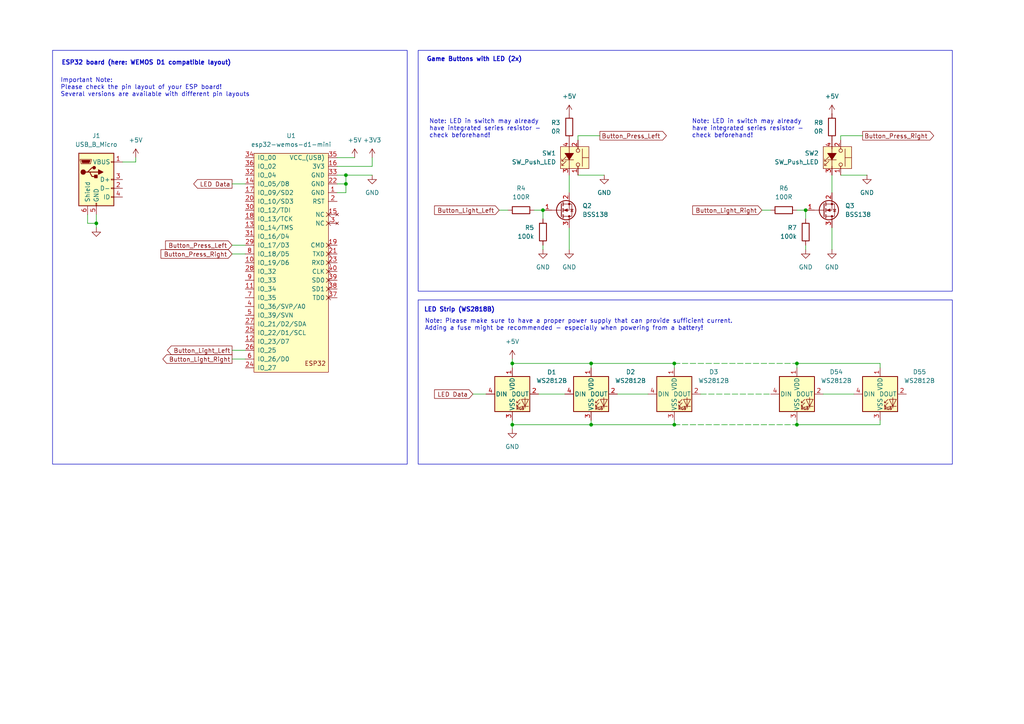
<source format=kicad_sch>
(kicad_sch (version 20250114) (generator "eeschema") (generator_version "9.0")
  (paper "A4")
  (title_block (title "1D-Pong Game") (date "2026-01-11") (rev "0.9") (comment 1 "as seen at 39C3"))
  (lib_symbols
    (symbol "Connector:USB_B_Micro" (pin_names (offset 1.016))
      (property "Reference" "J" (at -5.08 11.43 0))
      (property "Value" "USB_B_Micro" (at -5.08 8.89 0))
      (symbol "USB_B_Micro_0_1"
        (rectangle (start -5.08 -7.62) (end 5.08 7.62) (stroke (width 0.254)) (fill (type background)))
        (polyline (pts (xy -4.699 5.842) (xy -4.699 5.588) (xy -4.445 4.826) (xy -4.445 4.572) (xy -1.651 4.572) (xy -1.651 4.826) (xy -1.397 5.588) (xy -1.397 5.842) (xy -4.699 5.842)))
        (polyline (pts (xy -4.318 5.588) (xy -1.778 5.588) (xy -2.032 4.826) (xy -4.064 4.826) (xy -4.318 5.588)) (fill (type outline)))
        (circle (center -3.81 2.159) (radius 0.635) (stroke (width 0.254)) (fill (type outline)))
        (polyline (pts (xy -3.175 2.159) (xy -2.54 2.159) (xy -1.27 3.429) (xy -0.635 3.429)) (stroke (width 0.254)))
        (polyline (pts (xy -2.54 2.159) (xy -1.905 2.159) (xy -1.27 0.889) (xy 0 0.889)) (stroke (width 0.254)))
        (polyline (pts (xy -1.905 2.159) (xy 0.635 2.159)) (stroke (width 0.254)))
        (circle (center -0.635 3.429) (radius 0.381) (stroke (width 0.254)) (fill (type outline)))
        (rectangle (start -0.127 -7.62) (end 0.127 -6.858))
        (rectangle (start 0.254 1.27) (end -0.508 0.508) (stroke (width 0.254)) (fill (type outline)))
        (polyline (pts (xy 0.635 2.794) (xy 0.635 1.524) (xy 1.905 2.159) (xy 0.635 2.794)) (stroke (width 0.254)) (fill (type outline)))
        (rectangle (start 5.08 4.953) (end 4.318 5.207))
        (rectangle (start 5.08 -0.127) (end 4.318 0.127))
        (rectangle (start 5.08 -2.667) (end 4.318 -2.413))
        (rectangle (start 5.08 -5.207) (end 4.318 -4.953))
      )
      (symbol "USB_B_Micro_1_1"
        (pin passive line (at -2.54 -10.16 90) (length 2.54) (name "Shield") (number "6"))
        (pin power_out line (at 0 -10.16 90) (length 2.54) (name "GND") (number "5"))
        (pin power_out line (at 7.62 5.08 180) (length 2.54) (name "VBUS") (number "1"))
        (pin bidirectional line (at 7.62 0 180) (length 2.54) (name "D+") (number "3"))
        (pin bidirectional line (at 7.62 -2.54 180) (length 2.54) (name "D-") (number "2"))
        (pin passive line (at 7.62 -5.08 180) (length 2.54) (name "ID") (number "4"))
      )
    )
    (symbol "Device:R" (pin_numbers (hide yes)) (pin_names (offset 0))
      (property "Reference" "R" (at 2.032 0 90))
      (property "Value" "R" (at 0 0 90))
      (symbol "R_0_1"
        (rectangle (start -1.016 -2.54) (end 1.016 2.54) (stroke (width 0.254)))
      )
      (symbol "R_1_1"
        (pin passive line (at 0 3.81 270) (length 1.27) (name "~") (number "1"))
        (pin passive line (at 0 -3.81 90) (length 1.27) (name "~") (number "2"))
      )
    )
    (symbol "LED:WS2812B" (pin_names (offset 0.254))
      (property "Reference" "D" (at 5.08 5.715 0))
      (property "Value" "WS2812B" (at 1.27 -5.715 0))
      (symbol "WS2812B_0_0"
        (text "RGB" (at 2.286 -4.191 0) (effects (font (size 0.762 0.762))))
      )
      (symbol "WS2812B_0_1"
        (polyline (pts (xy 1.27 -2.54) (xy 1.778 -2.54)))
        (polyline (pts (xy 1.27 -3.556) (xy 1.778 -3.556)))
        (polyline (pts (xy 2.286 -1.524) (xy 1.27 -2.54) (xy 1.27 -2.032)))
        (polyline (pts (xy 2.286 -2.54) (xy 1.27 -3.556) (xy 1.27 -3.048)))
        (polyline (pts (xy 3.683 -1.016) (xy 3.683 -3.556) (xy 3.683 -4.064)))
        (polyline (pts (xy 4.699 -1.524) (xy 2.667 -1.524) (xy 3.683 -3.556) (xy 4.699 -1.524)))
        (polyline (pts (xy 4.699 -3.556) (xy 2.667 -3.556)))
        (rectangle (start 5.08 5.08) (end -5.08 -5.08) (stroke (width 0.254)) (fill (type background)))
      )
      (symbol "WS2812B_1_1"
        (pin input line (at -7.62 0 0) (length 2.54) (name "DIN") (number "4"))
        (pin power_in line (at 0 7.62 270) (length 2.54) (name "VDD") (number "1"))
        (pin power_in line (at 0 -7.62 90) (length 2.54) (name "VSS") (number "3"))
        (pin output line (at 7.62 0 180) (length 2.54) (name "DOUT") (number "2"))
      )
    )
    (symbol "Switch:SW_Push_LED" (pin_names (offset 1.016) (hide yes))
      (property "Reference" "SW" (at 0 7.62 0))
      (property "Value" "SW_Push_LED" (at 0 -3.81 0))
      (symbol "SW_Push_LED_0_0"
        (polyline (pts (xy -2.54 0) (xy 2.54 0)))
        (polyline (pts (xy -2.286 -1.524) (xy -2.286 -2.159) (xy -1.651 -2.159)))
        (polyline (pts (xy -2.286 -2.159) (xy -1.016 -0.889)))
        (polyline (pts (xy -1.016 -1.524) (xy -1.016 -2.159) (xy -0.381 -2.159)))
        (polyline (pts (xy -1.016 -2.159) (xy 0.254 -0.889)))
        (polyline (pts (xy -0.635 1.27) (xy -0.635 -1.27)))
        (polyline (pts (xy -0.635 0) (xy 1.27 1.27) (xy 1.27 -1.27) (xy -0.635 0)) (fill (type outline)))
      )
      (symbol "SW_Push_LED_0_1"
        (circle (center -2.032 2.54) (radius 0.508))
        (polyline (pts (xy 0 3.81) (xy 0 5.588)))
        (circle (center 2.032 2.54) (radius 0.508))
        (polyline (pts (xy 2.54 3.81) (xy -2.54 3.81)))
        (pin passive line (at -5.08 2.54 0) (length 2.54) (name "1") (number "1"))
        (pin passive line (at -5.08 0 0) (length 2.54) (name "K") (number "3"))
        (pin passive line (at 5.08 2.54 180) (length 2.54) (name "2") (number "2"))
        (pin passive line (at 5.08 0 180) (length 2.54) (name "A") (number "4"))
      )
      (symbol "SW_Push_LED_1_1"
        (rectangle (start -3.175 5.715) (end 3.175 -2.54) (fill (type background)))
      )
    )
    (symbol "Transistor_FET:BSS138" (pin_names (offset 0) (hide yes))
      (property "Reference" "Q" (at 5.08 1.905 0))
      (property "Value" "BSS138" (at 5.08 0 0))
      (symbol "BSS138_0_1"
        (polyline (pts (xy 0.254 1.905) (xy 0.254 -1.905)) (stroke (width 0.254)))
        (polyline (pts (xy 0.254 0) (xy -2.54 0)))
        (polyline (pts (xy 0.762 2.286) (xy 0.762 1.27)) (stroke (width 0.254)))
        (polyline (pts (xy 0.762 0.508) (xy 0.762 -0.508)) (stroke (width 0.254)))
        (polyline (pts (xy 0.762 -1.27) (xy 0.762 -2.286)) (stroke (width 0.254)))
        (polyline (pts (xy 0.762 -1.778) (xy 3.302 -1.778) (xy 3.302 1.778) (xy 0.762 1.778)))
        (polyline (pts (xy 1.016 0) (xy 2.032 0.381) (xy 2.032 -0.381) (xy 1.016 0)) (fill (type outline)))
        (circle (center 1.651 0) (radius 2.794) (stroke (width 0.254)))
        (polyline (pts (xy 2.54 2.54) (xy 2.54 1.778)))
        (circle (center 2.54 1.778) (radius 0.254) (fill (type outline)))
        (circle (center 2.54 -1.778) (radius 0.254) (fill (type outline)))
        (polyline (pts (xy 2.54 -2.54) (xy 2.54 0) (xy 0.762 0)))
        (polyline (pts (xy 2.921 0.381) (xy 3.683 0.381)))
        (polyline (pts (xy 3.302 0.381) (xy 2.921 -0.254) (xy 3.683 -0.254) (xy 3.302 0.381)))
      )
      (symbol "BSS138_1_1"
        (pin input line (at -5.08 0 0) (length 2.54) (name "G") (number "1"))
        (pin passive line (at 2.54 5.08 270) (length 2.54) (name "D") (number "3"))
        (pin passive line (at 2.54 -5.08 90) (length 2.54) (name "S") (number "2"))
      )
    )
    (symbol "esp32-wemos-d1-mini:esp32-wemos-d1-mini" (pin_names (offset 1.016))
      (property "Reference" "U" (at -7.62 -50.8 0))
      (property "Value" "esp32-wemos-d1-mini" (at 5.08 -59.69 0))
      (symbol "esp32-wemos-d1-mini_0_0"
        (text "ESP32" (at 7.62 -62.23 0) (effects (font (size 1.27 1.27))))
        (pin bidirectional line (at -12.7 -45.72 0) (length 2.54) (name "IO_36/SVP/A0") (number "4"))
        (pin bidirectional line (at -12.7 -48.26 0) (length 2.54) (name "IO_39/SVN") (number "5"))
        (pin power_in line (at 13.97 -12.7 180) (length 2.54) (name "GND") (number "1"))
        (pin input line (at 13.97 -15.24 180) (length 2.54) (name "RST") (number "2"))
        (pin no_connect non_logic (at 13.97 -21.59 180) (length 2.54) (name "NC") (number "3"))
      )
      (symbol "esp32-wemos-d1-mini_0_1"
        (rectangle (start -10.16 -1.27) (end 11.43 -64.77) (fill (type background)))
      )
      (symbol "esp32-wemos-d1-mini_1_1"
        (pin bidirectional line (at -12.7 -2.54 0) (length 2.54) (name "IO_00") (number "34"))
        (pin bidirectional line (at -12.7 -5.08 0) (length 2.54) (name "IO_02") (number "36"))
        (pin bidirectional line (at -12.7 -7.62 0) (length 2.54) (name "IO_04") (number "32"))
        (pin bidirectional line (at -12.7 -10.16 0) (length 2.54) (name "IO_05/D8") (number "14"))
        (pin bidirectional line (at -12.7 -12.7 0) (length 2.54) (name "IO_09/SD2") (number "17"))
        (pin bidirectional line (at -12.7 -15.24 0) (length 2.54) (name "IO_10/SD3") (number "20"))
        (pin bidirectional line (at -12.7 -17.78 0) (length 2.54) (name "IO_12/TDI") (number "30"))
        (pin bidirectional line (at -12.7 -20.32 0) (length 2.54) (name "IO_13/TCK") (number "18"))
        (pin bidirectional line (at -12.7 -22.86 0) (length 2.54) (name "IO_14/TMS") (number "13"))
        (pin bidirectional line (at -12.7 -25.4 0) (length 2.54) (name "IO_16/D4") (number "31"))
        (pin bidirectional line (at -12.7 -27.94 0) (length 2.54) (name "IO_17/D3") (number "29"))
        (pin bidirectional line (at -12.7 -30.48 0) (length 2.54) (name "IO_18/D5") (number "8"))
        (pin bidirectional line (at -12.7 -33.02 0) (length 2.54) (name "IO_19/D6") (number "10"))
        (pin bidirectional line (at -12.7 -35.56 0) (length 2.54) (name "IO_32") (number "28"))
        (pin bidirectional line (at -12.7 -38.1 0) (length 2.54) (name "IO_33") (number "9"))
        (pin bidirectional line (at -12.7 -40.64 0) (length 2.54) (name "IO_34") (number "11"))
        (pin bidirectional line (at -12.7 -43.18 0) (length 2.54) (name "IO_35") (number "7"))
        (pin bidirectional line (at -12.7 -50.8 0) (length 2.54) (name "IO_21/D2/SDA") (number "27"))
        (pin bidirectional line (at -12.7 -53.34 0) (length 2.54) (name "IO_22/D1/SCL") (number "25"))
        (pin bidirectional line (at -12.7 -55.88 0) (length 2.54) (name "IO_23/D7") (number "12"))
        (pin bidirectional line (at -12.7 -58.42 0) (length 2.54) (name "IO_25") (number "26"))
        (pin bidirectional line (at -12.7 -60.96 0) (length 2.54) (name "IO_26/D0") (number "6"))
        (pin bidirectional line (at -12.7 -63.5 0) (length 2.54) (name "IO_27") (number "24"))
        (pin power_in line (at 13.97 -2.54 180) (length 2.54) (name "VCC_(USB)") (number "35"))
        (pin power_in line (at 13.97 -5.08 180) (length 2.54) (name "3V3") (number "16"))
        (pin power_in line (at 13.97 -7.62 180) (length 2.54) (name "GND") (number "33"))
        (pin power_in line (at 13.97 -10.16 180) (length 2.54) (name "GND") (number "22"))
        (pin no_connect non_logic (at 13.97 -19.05 180) (length 2.54) (name "NC") (number "15"))
        (pin passive non_logic (at 13.97 -27.94 180) (length 2.54) (name "CMD") (number "19"))
        (pin passive non_logic (at 13.97 -30.48 180) (length 2.54) (name "TXD") (number "21"))
        (pin passive non_logic (at 13.97 -33.02 180) (length 2.54) (name "RXD") (number "23"))
        (pin passive non_logic (at 13.97 -35.56 180) (length 2.54) (name "CLK") (number "40"))
        (pin passive non_logic (at 13.97 -38.1 180) (length 2.54) (name "SD0") (number "39"))
        (pin passive non_logic (at 13.97 -40.64 180) (length 2.54) (name "SD1") (number "38"))
        (pin passive non_logic (at 13.97 -43.18 180) (length 2.54) (name "TD0") (number "37"))
      )
    )
    (symbol "power:+3V3" (power) (pin_numbers (hide yes)) (pin_names (offset 0) (hide yes))
      (property "Value" "+3V3" (at 0 3.556 0))
      (symbol "+3V3_0_1"
        (polyline (pts (xy -0.762 1.27) (xy 0 2.54)))
        (polyline (pts (xy 0 2.54) (xy 0.762 1.27)))
        (polyline (pts (xy 0 0) (xy 0 2.54)))
      )
      (symbol "+3V3_1_1"
        (pin power_in line (at 0 0 90) (length 0) (name "~") (number "1"))
      )
    )
    (symbol "power:+5V" (power) (pin_numbers (hide yes)) (pin_names (offset 0) (hide yes))
      (property "Value" "+5V" (at 0 3.556 0))
      (symbol "+5V_0_1"
        (polyline (pts (xy -0.762 1.27) (xy 0 2.54)))
        (polyline (pts (xy 0 2.54) (xy 0.762 1.27)))
        (polyline (pts (xy 0 0) (xy 0 2.54)))
      )
      (symbol "+5V_1_1"
        (pin power_in line (at 0 0 90) (length 0) (name "~") (number "1"))
      )
    )
    (symbol "power:GND" (power) (pin_numbers (hide yes)) (pin_names (offset 0) (hide yes))
      (property "Value" "GND" (at 0 -3.81 0))
      (symbol "GND_0_1"
        (polyline (pts (xy 0 0) (xy 0 -1.27) (xy 1.27 -1.27) (xy 0 -2.54) (xy -1.27 -1.27) (xy 0 -1.27)))
      )
      (symbol "GND_1_1"
        (pin power_in line (at 0 0 270) (length 0) (name "~") (number "1"))
      )
    )
  )
  (rectangle (start 121.285 14.605) (end 276.225 84.455))
  (rectangle (start 15.24 14.605) (end 118.11 134.62))
  (rectangle (start 121.285 86.995) (end 276.225 134.62))
  (text "LED Strip (WS2818B)" (at 122.936 89.916 0) (effects (font (size 1.27 1.27) (thickness 0.254) (bold yes)) (justify left)))
  (text "ESP32 board (here: WEMOS D1 compatible layout)" (at 17.78 18.288 0) (effects (font (size 1.27 1.27) (thickness 0.254) (bold yes)) (justify left)))
  (text "Note: LED in switch may already \nhave integrated series resistor - \ncheck beforehand!" (at 124.46 37.338 0) (effects (font (size 1.27 1.27)) (justify left)))
  (text "Game Buttons with LED (2x)" (at 123.698 17.272 0) (effects (font (size 1.27 1.27) (thickness 0.254) (bold yes)) (justify left)))
  (text "Note: LED in switch may already \nhave integrated series resistor - \ncheck beforehand!" (at 200.66 37.338 0) (effects (font (size 1.27 1.27)) (justify left)))
  (text "Important Note: \nPlease check the pin layout of your ESP board!\nSeveral versions are available with different pin layouts" (at 17.526 25.4 0) (effects (font (size 1.27 1.27)) (justify left)))
  (text "Note: Please make sure to have a proper power supply that can provide sufficient current.\nAdding a fuse might be recommended - especially when powering from a battery!" (at 123.19 94.234 0) (effects (font (size 1.27 1.27)) (justify left)))
  (junction (at 171.45 105.41))
  (junction (at 231.14 105.41))
  (junction (at 27.94 64.77))
  (junction (at 157.48 60.96))
  (junction (at 195.58 105.41))
  (junction (at 148.59 123.19))
  (junction (at 171.45 123.19))
  (junction (at 231.14 123.19))
  (junction (at 100.33 50.8))
  (junction (at 195.58 123.19))
  (junction (at 100.33 53.34))
  (junction (at 148.59 105.41))
  (junction (at 233.68 60.96))
  (wire (pts (xy 231.14 121.92) (xy 231.14 123.19)))
  (wire (pts (xy 107.95 45.72) (xy 107.95 48.26)))
  (wire (pts (xy 241.3 66.04) (xy 241.3 72.39)))
  (wire (pts (xy 231.14 106.68) (xy 231.14 105.41)))
  (wire (pts (xy 67.31 104.14) (xy 71.12 104.14)))
  (wire (pts (xy 243.84 39.37) (xy 243.84 40.64)))
  (wire (pts (xy 107.95 48.26) (xy 97.79 48.26)))
  (wire (pts (xy 241.3 50.8) (xy 241.3 55.88)))
  (wire (pts (xy 195.58 123.19) (xy 171.45 123.19)))
  (wire (pts (xy 167.64 50.8) (xy 175.26 50.8)))
  (wire (pts (xy 171.45 105.41) (xy 171.45 106.68)))
  (wire (pts (xy 27.94 64.77) (xy 27.94 66.04)))
  (wire (pts (xy 167.64 39.37) (xy 167.64 40.64)))
  (wire (pts (xy 137.16 114.3) (xy 140.97 114.3)))
  (wire (pts (xy 157.48 60.96) (xy 157.48 63.5)))
  (wire (pts (xy 238.76 114.3) (xy 247.65 114.3)))
  (wire (pts (xy 148.59 106.68) (xy 148.59 105.41)))
  (wire (pts (xy 39.37 45.72) (xy 39.37 46.99)))
  (wire (pts (xy 144.78 60.96) (xy 147.32 60.96)))
  (wire (pts (xy 27.94 62.23) (xy 27.94 64.77)))
  (wire (pts (xy 255.27 105.41) (xy 231.14 105.41)))
  (wire (pts (xy 67.31 71.12) (xy 71.12 71.12)))
  (wire (pts (xy 97.79 55.88) (xy 100.33 55.88)))
  (wire (pts (xy 67.31 53.34) (xy 71.12 53.34)))
  (wire (pts (xy 97.79 53.34) (xy 100.33 53.34)))
  (wire (pts (xy 231.14 60.96) (xy 233.68 60.96)))
  (wire (pts (xy 171.45 121.92) (xy 171.45 123.19)))
  (wire (pts (xy 154.94 60.96) (xy 157.48 60.96)))
  (wire (pts (xy 195.58 123.19) (xy 231.14 123.19)) (stroke (width 0) (type dash)))
  (wire (pts (xy 250.19 39.37) (xy 243.84 39.37)))
  (wire (pts (xy 148.59 121.92) (xy 148.59 123.19)))
  (wire (pts (xy 173.99 39.37) (xy 167.64 39.37)))
  (wire (pts (xy 165.1 66.04) (xy 165.1 72.39)))
  (wire (pts (xy 195.58 106.68) (xy 195.58 105.41)))
  (wire (pts (xy 35.56 46.99) (xy 39.37 46.99)))
  (wire (pts (xy 148.59 104.14) (xy 148.59 105.41)))
  (wire (pts (xy 179.07 114.3) (xy 187.96 114.3)))
  (wire (pts (xy 67.31 101.6) (xy 71.12 101.6)))
  (wire (pts (xy 195.58 105.41) (xy 231.14 105.41)) (stroke (width 0) (type dash)))
  (wire (pts (xy 100.33 50.8) (xy 107.95 50.8)))
  (wire (pts (xy 100.33 55.88) (xy 100.33 53.34)))
  (wire (pts (xy 220.98 60.96) (xy 223.52 60.96)))
  (wire (pts (xy 148.59 123.19) (xy 171.45 123.19)))
  (wire (pts (xy 97.79 50.8) (xy 100.33 50.8)))
  (wire (pts (xy 25.4 62.23) (xy 25.4 64.77)))
  (wire (pts (xy 233.68 71.12) (xy 233.68 72.39)))
  (wire (pts (xy 67.31 73.66) (xy 71.12 73.66)))
  (wire (pts (xy 255.27 106.68) (xy 255.27 105.41)))
  (wire (pts (xy 171.45 105.41) (xy 195.58 105.41)))
  (wire (pts (xy 148.59 105.41) (xy 171.45 105.41)))
  (wire (pts (xy 165.1 50.8) (xy 165.1 55.88)))
  (wire (pts (xy 255.27 123.19) (xy 231.14 123.19)))
  (wire (pts (xy 255.27 121.92) (xy 255.27 123.19)))
  (wire (pts (xy 195.58 121.92) (xy 195.58 123.19)))
  (wire (pts (xy 233.68 60.96) (xy 233.68 63.5)))
  (wire (pts (xy 203.2 114.3) (xy 223.52 114.3)) (stroke (width 0) (type dash)))
  (wire (pts (xy 100.33 53.34) (xy 100.33 50.8)))
  (wire (pts (xy 156.21 114.3) (xy 163.83 114.3)))
  (wire (pts (xy 243.84 50.8) (xy 251.46 50.8)))
  (wire (pts (xy 25.4 64.77) (xy 27.94 64.77)))
  (wire (pts (xy 148.59 123.19) (xy 148.59 124.46)))
  (wire (pts (xy 97.79 45.72) (xy 102.87 45.72)))
  (wire (pts (xy 157.48 71.12) (xy 157.48 72.39)))
  (global_label "LED Data" (shape output) (at 67.31 53.34 180) (property "Intersheetrefs" "${INTERSHEET_REFS}" (effects (hide yes))))
  (global_label "Button_Light_Right" (shape output) (at 67.31 104.14 180) (property "Intersheetrefs" "${INTERSHEET_REFS}" (effects (hide yes))))
  (global_label "LED Data" (shape input) (at 137.16 114.3 180) (property "Intersheetrefs" "${INTERSHEET_REFS}" (effects (hide yes))))
  (global_label "Button_Press_Right" (shape input) (at 67.31 73.66 180) (property "Intersheetrefs" "${INTERSHEET_REFS}" (effects (hide yes))))
  (global_label "Button_Light_Left" (shape output) (at 67.31 101.6 180) (property "Intersheetrefs" "${INTERSHEET_REFS}" (effects (hide yes))))
  (global_label "Button_Light_Right" (shape input) (at 220.98 60.96 180) (property "Intersheetrefs" "${INTERSHEET_REFS}" (effects (hide yes))))
  (global_label "Button_Press_Left" (shape output) (at 173.99 39.37 0) (property "Intersheetrefs" "${INTERSHEET_REFS}" (effects (hide yes))))
  (global_label "Button_Light_Left" (shape input) (at 144.78 60.96 180) (property "Intersheetrefs" "${INTERSHEET_REFS}" (effects (hide yes))))
  (global_label "Button_Press_Left" (shape input) (at 67.31 71.12 180) (property "Intersheetrefs" "${INTERSHEET_REFS}" (effects (hide yes))))
  (global_label "Button_Press_Right" (shape output) (at 250.19 39.37 0) (property "Intersheetrefs" "${INTERSHEET_REFS}" (effects (hide yes))))
  (symbol (lib_id "power:+5V") (at 165.1 33.02 0) (mirror y) (unit 1)
    (property "Reference" "#PWR015" (effects (hide yes)))
    (property "Value" "+5V" (at 165.1 27.94 0))
    (property "Description" "Power symbol creates a global label with name \"+5V\"" (effects (hide yes)))
  )
  (symbol (lib_id "power:GND") (at 251.46 50.8 0) (unit 1)
    (property "Reference" "#PWR014" (effects (hide yes)))
    (property "Value" "GND" (at 251.46 55.88 0))
    (property "Description" "Power symbol creates a global label with name \"GND\" , ground" (effects (hide yes)))
  )
  (symbol (lib_id "power:+5V") (at 102.87 45.72 0) (unit 1)
    (property "Reference" "#PWR09" (effects (hide yes)))
    (property "Value" "+5V" (at 102.87 40.64 0))
    (property "Description" "Power symbol creates a global label with name \"+5V\"" (effects (hide yes)))
  )
  (symbol (lib_id "Transistor_FET:BSS138") (at 238.76 60.96 0) (mirror x) (unit 1)
    (property "Reference" "Q3" (at 245.11 59.6899 0) (effects (justify left)))
    (property "Value" "BSS138" (at 245.11 62.2299 0) (effects (justify left)))
    (property "Footprint" "Package_TO_SOT_SMD:SOT-23" (effects (hide yes)))
    (property "Datasheet" "https://www.onsemi.com/pub/Collateral/BSS138-D.PDF" (effects (hide yes)))
    (property "Description" "50V Vds, 0.22A Id, N-Channel MOSFET, SOT-23" (effects (hide yes)))
  )
  (symbol (lib_id "power:GND") (at 165.1 72.39 0) (unit 1)
    (property "Reference" "#PWR017" (effects (hide yes)))
    (property "Value" "GND" (at 165.1 77.47 0))
    (property "Description" "Power symbol creates a global label with name \"GND\" , ground" (effects (hide yes)))
  )
  (symbol (lib_id "power:GND") (at 107.95 50.8 0) (unit 1)
    (property "Reference" "#PWR012" (effects (hide yes)))
    (property "Value" "GND" (at 107.95 55.88 0))
    (property "Description" "Power symbol creates a global label with name \"GND\" , ground" (effects (hide yes)))
  )
  (symbol (lib_id "Switch:SW_Push_LED") (at 165.1 45.72 270) (mirror x) (unit 1)
    (property "Reference" "SW1" (at 161.29 44.4499 90) (effects (justify right)))
    (property "Value" "SW_Push_LED" (at 161.29 46.9899 90) (effects (justify right)))
    (property "Description" "Push button switch with LED, generic" (effects (hide yes)))
  )
  (symbol (lib_id "power:GND") (at 148.59 124.46 0) (unit 1)
    (property "Reference" "#PWR011" (effects (hide yes)))
    (property "Value" "GND" (at 148.59 129.54 0))
    (property "Description" "Power symbol creates a global label with name \"GND\" , ground" (effects (hide yes)))
  )
  (symbol (lib_id "Device:R") (at 227.33 60.96 90) (mirror x) (unit 1)
    (property "Reference" "R6" (at 227.33 54.61 90))
    (property "Value" "100R" (at 227.33 57.15 90))
    (property "Description" "Resistor" (effects (hide yes)))
  )
  (symbol (lib_id "power:+5V") (at 241.3 33.02 0) (mirror y) (unit 1)
    (property "Reference" "#PWR05" (effects (hide yes)))
    (property "Value" "+5V" (at 241.3 27.94 0))
    (property "Description" "Power symbol creates a global label with name \"+5V\"" (effects (hide yes)))
  )
  (symbol (lib_id "power:GND") (at 233.68 72.39 0) (unit 1)
    (property "Reference" "#PWR04" (effects (hide yes)))
    (property "Value" "GND" (at 233.68 77.47 0))
    (property "Description" "Power symbol creates a global label with name \"GND\" , ground" (effects (hide yes)))
  )
  (symbol (lib_id "power:GND") (at 27.94 66.04 0) (unit 1)
    (property "Reference" "#PWR03" (effects (hide yes)))
    (property "Value" "GND" (effects (hide yes)))
    (property "Description" "Power symbol creates a global label with name \"GND\" , ground" (effects (hide yes)))
  )
  (symbol (lib_id "LED:WS2812B") (at 195.58 114.3 0) (unit 1)
    (property "Reference" "D3" (at 207.01 107.8798 0))
    (property "Value" "WS2812B" (at 207.01 110.4198 0))
    (property "Footprint" "LED_SMD:LED_WS2812B_PLCC4_5.0x5.0mm_P3.2mm" (effects (hide yes)))
    (property "Datasheet" "https://cdn-shop.adafruit.com/datasheets/WS2812B.pdf" (effects (hide yes)))
    (property "Description" "RGB LED with integrated controller" (effects (hide yes)))
  )
  (symbol (lib_id "Device:R") (at 157.48 67.31 0) (mirror y) (unit 1)
    (property "Reference" "R5" (at 154.94 66.0399 0) (effects (justify left)))
    (property "Value" "100k" (at 154.94 68.5799 0) (effects (justify left)))
    (property "Description" "Resistor" (effects (hide yes)))
  )
  (symbol (lib_id "power:+5V") (at 148.59 104.14 0) (unit 1)
    (property "Reference" "#PWR02" (effects (hide yes)))
    (property "Value" "+5V" (at 148.59 99.06 0))
    (property "Description" "Power symbol creates a global label with name \"+5V\"" (effects (hide yes)))
  )
  (symbol (lib_id "Device:R") (at 165.1 36.83 0) (mirror y) (unit 1)
    (property "Reference" "R3" (at 162.56 35.5599 0) (effects (justify left)))
    (property "Value" "0R" (at 162.56 38.0999 0) (effects (justify left)))
    (property "Description" "Resistor" (effects (hide yes)))
  )
  (symbol (lib_id "LED:WS2812B") (at 255.27 114.3 0) (unit 1)
    (property "Reference" "D55" (at 266.7 107.8798 0))
    (property "Value" "WS2812B" (at 266.7 110.4198 0))
    (property "Footprint" "LED_SMD:LED_WS2812B_PLCC4_5.0x5.0mm_P3.2mm" (effects (hide yes)))
    (property "Datasheet" "https://cdn-shop.adafruit.com/datasheets/WS2812B.pdf" (effects (hide yes)))
    (property "Description" "RGB LED with integrated controller" (effects (hide yes)))
  )
  (symbol (lib_id "LED:WS2812B") (at 148.59 114.3 0) (unit 1)
    (property "Reference" "D1" (at 160.02 107.95 0))
    (property "Value" "WS2812B" (at 160.02 110.4198 0))
    (property "Footprint" "LED_SMD:LED_WS2812B_PLCC4_5.0x5.0mm_P3.2mm" (effects (hide yes)))
    (property "Datasheet" "https://cdn-shop.adafruit.com/datasheets/WS2812B.pdf" (effects (hide yes)))
    (property "Description" "RGB LED with integrated controller" (effects (hide yes)))
  )
  (symbol (lib_id "power:GND") (at 175.26 50.8 0) (unit 1)
    (property "Reference" "#PWR018" (effects (hide yes)))
    (property "Value" "GND" (at 175.26 55.88 0))
    (property "Description" "Power symbol creates a global label with name \"GND\" , ground" (effects (hide yes)))
  )
  (symbol (lib_id "Device:R") (at 241.3 36.83 0) (mirror y) (unit 1)
    (property "Reference" "R8" (at 238.76 35.5599 0) (effects (justify left)))
    (property "Value" "0R" (at 238.76 38.0999 0) (effects (justify left)))
    (property "Description" "Resistor" (effects (hide yes)))
  )
  (symbol (lib_id "LED:WS2812B") (at 231.14 114.3 0) (unit 1)
    (property "Reference" "D54" (at 242.57 107.8798 0))
    (property "Value" "WS2812B" (at 242.57 110.4198 0))
    (property "Footprint" "LED_SMD:LED_WS2812B_PLCC4_5.0x5.0mm_P3.2mm" (effects (hide yes)))
    (property "Datasheet" "https://cdn-shop.adafruit.com/datasheets/WS2812B.pdf" (effects (hide yes)))
    (property "Description" "RGB LED with integrated controller" (effects (hide yes)))
  )
  (symbol (lib_id "Device:R") (at 151.13 60.96 90) (mirror x) (unit 1)
    (property "Reference" "R4" (at 151.13 54.61 90))
    (property "Value" "100R" (at 151.13 57.15 90))
    (property "Description" "Resistor" (effects (hide yes)))
  )
  (symbol (lib_id "power:+3V3") (at 107.95 45.72 0) (unit 1)
    (property "Reference" "#PWR07" (effects (hide yes)))
    (property "Value" "+3V3" (at 107.95 40.64 0))
    (property "Description" "Power symbol creates a global label with name \"+3V3\"" (effects (hide yes)))
  )
  (symbol (lib_id "power:GND") (at 157.48 72.39 0) (unit 1)
    (property "Reference" "#PWR016" (effects (hide yes)))
    (property "Value" "GND" (at 157.48 77.47 0))
    (property "Description" "Power symbol creates a global label with name \"GND\" , ground" (effects (hide yes)))
  )
  (symbol (lib_id "LED:WS2812B") (at 171.45 114.3 0) (unit 1)
    (property "Reference" "D2" (at 182.88 107.8798 0))
    (property "Value" "WS2812B" (at 182.88 110.4198 0))
    (property "Footprint" "LED_SMD:LED_WS2812B_PLCC4_5.0x5.0mm_P3.2mm" (effects (hide yes)))
    (property "Datasheet" "https://cdn-shop.adafruit.com/datasheets/WS2812B.pdf" (effects (hide yes)))
    (property "Description" "RGB LED with integrated controller" (effects (hide yes)))
  )
  (symbol (lib_id "power:GND") (at 241.3 72.39 0) (unit 1)
    (property "Reference" "#PWR013" (effects (hide yes)))
    (property "Value" "GND" (at 241.3 77.47 0))
    (property "Description" "Power symbol creates a global label with name \"GND\" , ground" (effects (hide yes)))
  )
  (symbol (lib_id "power:+5V") (at 39.37 45.72 0) (unit 1)
    (property "Reference" "#PWR01" (effects (hide yes)))
    (property "Value" "+5V" (at 39.37 40.64 0))
    (property "Description" "Power symbol creates a global label with name \"+5V\"" (effects (hide yes)))
  )
  (symbol (lib_id "Device:R") (at 233.68 67.31 0) (mirror y) (unit 1)
    (property "Reference" "R7" (at 231.14 66.0399 0) (effects (justify left)))
    (property "Value" "100k" (at 231.14 68.5799 0) (effects (justify left)))
    (property "Description" "Resistor" (effects (hide yes)))
  )
  (symbol (lib_id "Transistor_FET:BSS138") (at 162.56 60.96 0) (mirror x) (unit 1)
    (property "Reference" "Q2" (at 168.91 59.6899 0) (effects (justify left)))
    (property "Value" "BSS138" (at 168.91 62.2299 0) (effects (justify left)))
    (property "Footprint" "Package_TO_SOT_SMD:SOT-23" (effects (hide yes)))
    (property "Datasheet" "https://www.onsemi.com/pub/Collateral/BSS138-D.PDF" (effects (hide yes)))
    (property "Description" "50V Vds, 0.22A Id, N-Channel MOSFET, SOT-23" (effects (hide yes)))
  )
  (symbol (lib_id "esp32-wemos-d1-mini:esp32-wemos-d1-mini") (at 83.82 43.18 0) (unit 1)
    (property "Reference" "U1" (at 84.455 39.37 0))
    (property "Value" "esp32-wemos-d1-mini" (at 84.455 41.91 0))
    (property "Footprint" "esp32-wemos-d1-mini:esp32-wemos-d1-mini" (effects (hide yes)))
  )
  (symbol (lib_id "Connector:USB_B_Micro") (at 27.94 52.07 0) (unit 1)
    (property "Reference" "J1" (at 27.94 39.37 0))
    (property "Value" "USB_B_Micro" (at 27.94 41.91 0))
    (property "Description" "USB Micro Type B connector" (effects (hide yes)))
  )
  (symbol (lib_id "Switch:SW_Push_LED") (at 241.3 45.72 270) (mirror x) (unit 1)
    (property "Reference" "SW2" (at 237.49 44.4499 90) (effects (justify right)))
    (property "Value" "SW_Push_LED" (at 237.49 46.9899 90) (effects (justify right)))
    (property "Description" "Push button switch with LED, generic" (effects (hide yes)))
  )
)
</source>
